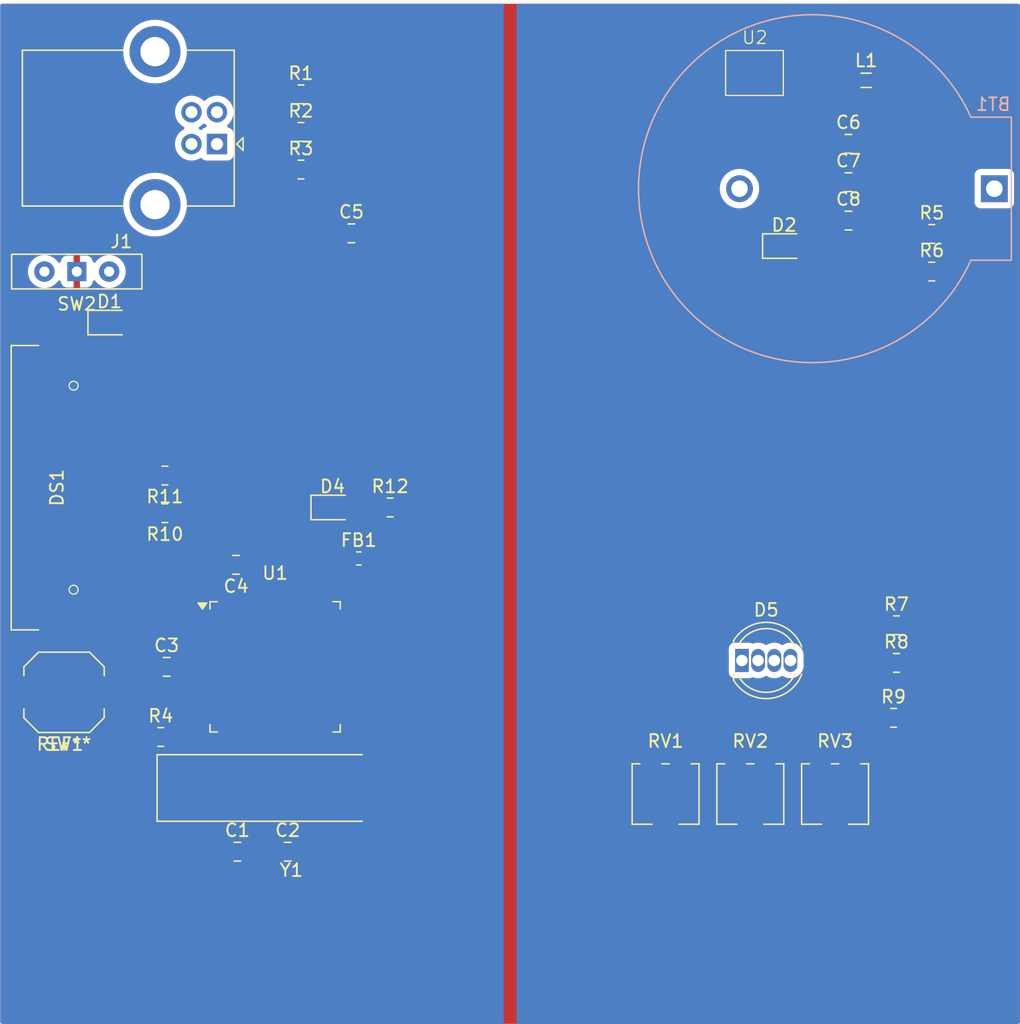
<source format=kicad_pcb>
(kicad_pcb (version 20241229) (generator "pcbnew") (generator_version "9.0")
  (layers (0 "F.Cu" signal) (2 "B.Cu" signal) (13 "F.Paste" user) (15 "B.Paste" user) (5 "F.SilkS" user "F.Silkscreen") (7 "B.SilkS" user "B.Silkscreen") (1 "F.Mask" user) (3 "B.Mask" user) (25 "Edge.Cuts" user))
  (net 0 "")
  (net 1 "Net-(BT1-+)")
  (net 2 "DGND")
  (net 3 "Net-(U1-XTAL2)")
  (net 4 "Net-(U1-XTAL1)")
  (net 5 "Net-(U1-UCAP)")
  (net 6 "AVCC")
  (net 7 "AGND")
  (net 8 "UGND")
  (net 9 "Net-(C5-Pad1)")
  (net 10 "Net-(U2-FB)")
  (net 11 "VBOOST")
  (net 12 "Net-(D1-K)")
  (net 13 "VBUS")
  (net 14 "Net-(D2-A)")
  (net 15 "Net-(D4-A)")
  (net 16 "Net-(D5-RA)")
  (net 17 "Net-(D5-GA)")
  (net 18 "Net-(D5-BA)")
  (net 23 "SDA")
  (net 26 "VCC")
  (net 40 "SCL")
  (net 45 "Net-(J1-D+)")
  (net 46 "Net-(J1-D-)")
  (net 47 "Net-(J1-Shield)")
  (net 48 "D+")
  (net 49 "D-")
  (net 50 "Net-(U1-~{RESET})")
  (net 51 "R_LEG")
  (net 52 "B_LEG")
  (net 53 "G_LEG")
  (net 54 "R_POT")
  (net 55 "G_POT")
  (net 56 "B_POT")
  (footprint "Capacitor_SMD:C_0805_2012Metric" (layer "F.Cu") (at 122.05 113)
    (property "Reference" "C2" (at 0 -1.68 0) (layer "F.SilkS"))
    (property "Value" "12u")
    (fp_line (start -0.261252 -0.735) (end 0.261252 -0.735) (stroke (width 0.12)) (layer "F.SilkS"))
    (fp_line (start -0.261252 0.735) (end 0.261252 0.735) (stroke (width 0.12)) (layer "F.SilkS"))
    (pad "1" smd roundrect (at -0.95 0) (size 1 1.45) (layers "F.Cu" "F.Mask" "F.Paste") (net 2 "DGND"))
    (pad "2" smd roundrect (at 0.95 0) (size 1 1.45) (layers "F.Cu" "F.Mask" "F.Paste") (net 4 "Net-(U1-XTAL1)"))
  )
  (footprint "Button_Switch_THT:SW_Slide-03_Wuerth-WS-SLTV_10x2.5x6.4_P2.54mm" (layer "F.Cu") (at 105.5 67.5 180)
    (property "Reference" "SW2" (at 0 -2.54 0) (layer "F.SilkS"))
    (property "Value" "SW_Wuerth_450301014042")
    (fp_rect (start -5.11 -1.36) (end 5.11 1.36) (stroke (width 0.12)) (fill no) (layer "F.SilkS"))
    (pad "1" thru_hole rect (at 0 0 180) (size 1.5 1.5) (drill 0.8) (layers "*.Cu" "*.Mask") (net 26 "VCC"))
    (pad "2" thru_hole circle (at -2.54 0 180) (size 1.6 1.6) (drill 0.8) (layers "*.Cu" "*.Mask") (net 11 "VBOOST"))
    (pad "3" thru_hole circle (at 2.54 0 180) (size 1.6 1.6) (drill 0.8) (layers "*.Cu" "*.Mask") (net 12 "Net-(D1-K)"))
  )
  (footprint "Resistor_SMD:R_0805_2012Metric" (layer "F.Cu") (at 172.5875 64.55)
    (property "Reference" "R5" (at 0 -1.65 0) (layer "F.SilkS"))
    (property "Value" "10k")
    (fp_line (start -0.227064 -0.735) (end 0.227064 -0.735) (stroke (width 0.12)) (layer "F.SilkS"))
    (fp_line (start -0.227064 0.735) (end 0.227064 0.735) (stroke (width 0.12)) (layer "F.SilkS"))
    (pad "1" smd roundrect (at -0.9125 0) (size 1.025 1.4) (layers "F.Cu" "F.Mask" "F.Paste") (roundrect_rratio 0.243902) (net 2 "DGND"))
    (pad "2" smd roundrect (at 0.9125 0) (size 1.025 1.4) (layers "F.Cu" "F.Mask" "F.Paste") (roundrect_rratio 0.243902) (net 10 "Net-(U2-FB)"))
  )
  (footprint "Resistor_SMD:R_0805_2012Metric" (layer "F.Cu") (at 112.4125 83.5 180)
    (property "Reference" "R11" (at 0 -1.65 0) (layer "F.SilkS"))
    (property "Value" "4.7k")
    (fp_line (start -0.227064 0.735) (end 0.227064 0.735) (stroke (width 0.12)) (layer "F.SilkS"))
    (fp_line (start -0.227064 -0.735) (end 0.227064 -0.735) (stroke (width 0.12)) (layer "F.SilkS"))
    (pad "1" smd roundrect (at -0.9125 0 180) (size 1.025 1.4) (layers "F.Cu" "F.Mask" "F.Paste") (roundrect_rratio 0.243902) (net 26 "VCC"))
    (pad "2" smd roundrect (at 0.9125 0 180) (size 1.025 1.4) (layers "F.Cu" "F.Mask" "F.Paste") (roundrect_rratio 0.243902) (net 40 "SCL"))
  )
  (footprint "Resistor_SMD:R_0805_2012Metric" (layer "F.Cu") (at 112.0875 104)
    (property "Reference" "R4" (at 0 -1.65 0) (layer "F.SilkS"))
    (property "Value" "10k")
    (fp_line (start -0.227064 -0.735) (end 0.227064 -0.735) (stroke (width 0.12)) (layer "F.SilkS"))
    (fp_line (start -0.227064 0.735) (end 0.227064 0.735) (stroke (width 0.12)) (layer "F.SilkS"))
    (pad "1" smd roundrect (at -0.9125 0) (size 1.025 1.4) (layers "F.Cu" "F.Mask" "F.Paste") (roundrect_rratio 0.243902) (net 26 "VCC"))
    (pad "2" smd roundrect (at 0.9125 0) (size 1.025 1.4) (layers "F.Cu" "F.Mask" "F.Paste") (roundrect_rratio 0.243902) (net 50 "Net-(U1-~{RESET})"))
  )
  (footprint "LED_THT:LED_D5.0mm-4_RGB" (layer "F.Cu") (at 157.69 98)
    (property "Reference" "D5" (at 1.905 -3.96 0) (layer "F.SilkS"))
    (property "Value" "LED_BKGR")
    (fp_line (start -0.655 -1.545) (end -0.655 -1.08) (stroke (width 0.12)) (layer "F.SilkS"))
    (fp_line (start -0.655 1.08) (end -0.655 1.545) (stroke (width 0.12)) (layer "F.SilkS"))
    (fp_arc (start -0.655 -1.54483) (mid 2.163898 -2.97877) (end 4.693136 -1.08) (stroke (width 0.12)) (layer "F.SilkS"))
    (fp_arc (start -0.349684 -1.08) (mid 1.905 -2.5) (end 4.159684 -1.08) (stroke (width 0.12)) (layer "F.SilkS"))
    (fp_arc (start 4.159684 1.08) (mid 1.905 2.5) (end -0.349684 1.08) (stroke (width 0.12)) (layer "F.SilkS"))
    (fp_arc (start 4.693136 1.08) (mid 2.163898 2.97877) (end -0.655 1.54483) (stroke (width 0.12)) (layer "F.SilkS"))
    (pad "1" thru_hole rect (at 0 0) (size 1.07 1.8) (drill 0.9) (layers "*.Cu" "*.Mask") (net 18 "Net-(D5-BA)"))
    (pad "2" thru_hole oval (at 1.27 0) (size 1.07 1.8) (drill 0.9) (layers "*.Cu" "*.Mask") (net 7 "AGND"))
    (pad "3" thru_hole oval (at 2.54 0) (size 1.07 1.8) (drill 0.9) (layers "*.Cu" "*.Mask") (net 17 "Net-(D5-GA)"))
    (pad "4" thru_hole oval (at 3.81 0) (size 1.07 1.8) (drill 0.9) (layers "*.Cu" "*.Mask") (net 16 "Net-(D5-RA)"))
  )
  (footprint "Connector_USB:USB_B_Lumberg_2411_02_Horizontal" (layer "F.Cu") (at 116.5 57.5 180)
    (property "Reference" "J1" (at 7.5 -7.65 0) (layer "F.SilkS"))
    (property "Value" "USB_B")
    (fp_line (start 15.27 7.36) (end 15.27 -4.86) (stroke (width 0.12)) (layer "F.SilkS"))
    (fp_line (start 15.27 7.36) (end 7.3 7.36) (stroke (width 0.12)) (layer "F.SilkS"))
    (fp_line (start 15.27 -4.86) (end 7.3 -4.86) (stroke (width 0.12)) (layer "F.SilkS"))
    (fp_line (start -1.35 7.36) (end 2.4 7.36) (stroke (width 0.12)) (layer "F.SilkS"))
    (fp_line (start -1.35 7.36) (end -1.35 -4.86) (stroke (width 0.12)) (layer "F.SilkS"))
    (fp_line (start -1.35 -4.86) (end 2.4 -4.86) (stroke (width 0.12)) (layer "F.SilkS"))
    (fp_line (start -1.55 0) (end -2.05 -0.5) (stroke (width 0.12)) (layer "F.SilkS"))
    (fp_line (start -2.05 0.5) (end -1.55 0) (stroke (width 0.12)) (layer "F.SilkS"))
    (fp_line (start -2.05 -0.5) (end -2.05 0.5) (stroke (width 0.12)) (layer "F.SilkS"))
    (pad "1" thru_hole rect (at 0 0 270) (size 1.6 1.6) (drill 0.95) (layers "*.Cu" "*.Mask") (net 13 "VBUS"))
    (pad "2" thru_hole circle (at 0 2.5 270) (size 1.6 1.6) (drill 0.95) (layers "*.Cu" "*.Mask") (net 46 "Net-(J1-D-)"))
    (pad "3" thru_hole circle (at 2 2.5 270) (size 1.6 1.6) (drill 0.95) (layers "*.Cu" "*.Mask") (net 45 "Net-(J1-D+)"))
    (pad "4" thru_hole circle (at 2 0 270) (size 1.6 1.6) (drill 0.95) (layers "*.Cu" "*.Mask") (net 8 "UGND"))
    (pad "5" thru_hole circle (at 4.86 -4.75 270) (size 4 4) (drill 2.3) (layers "*.Cu" "*.Mask") (net 47 "Net-(J1-Shield)"))
    (pad "5" thru_hole circle (at 4.86 7.25 270) (size 4 4) (drill 2.3) (layers "*.Cu" "*.Mask") (net 47 "Net-(J1-Shield)"))
  )
  (footprint "Package_QFP:TQFP-44_10x10mm_P0.8mm" (layer "F.Cu") (at 121.0625 98.5)
    (property "Reference" "U1" (at 0 -7.35 0) (layer "F.SilkS"))
    (property "Value" "ATmega32U4-A")
    (fp_line (start -5.11 -5.11) (end -5.11 -4.535) (stroke (width 0.12)) (layer "F.SilkS"))
    (fp_line (start -5.11 5.11) (end -5.11 4.535) (stroke (width 0.12)) (layer "F.SilkS"))
    (fp_line (start -4.535 -5.11) (end -5.11 -5.11) (stroke (width 0.12)) (layer "F.SilkS"))
    (fp_line (start -4.535 5.11) (end -5.11 5.11) (stroke (width 0.12)) (layer "F.SilkS"))
    (fp_line (start 4.535 -5.11) (end 5.11 -5.11) (stroke (width 0.12)) (layer "F.SilkS"))
    (fp_line (start 4.535 5.11) (end 5.11 5.11) (stroke (width 0.12)) (layer "F.SilkS"))
    (fp_line (start 5.11 -5.11) (end 5.11 -4.535) (stroke (width 0.12)) (layer "F.SilkS"))
    (fp_line (start 5.11 5.11) (end 5.11 4.535) (stroke (width 0.12)) (layer "F.SilkS"))
    (fp_poly (pts (xy -5.7 -4.535) (xy -6.04 -5.005) (xy -5.36 -5.005)) (stroke (width 0.12)) (fill yes) (layer "F.SilkS"))
    (pad "1" smd roundrect (at -5.6625 -4) (size 1.475 0.55) (layers "F.Cu" "F.Mask" "F.Paste"))
    (pad "2" smd roundrect (at -5.6625 -3.2) (size 1.475 0.55) (layers "F.Cu" "F.Mask" "F.Paste") (net 26 "VCC"))
    (pad "3" smd roundrect (at -5.6625 -2.4) (size 1.475 0.55) (layers "F.Cu" "F.Mask" "F.Paste") (net 49 "D-"))
    (pad "4" smd roundrect (at -5.6625 -1.6) (size 1.475 0.55) (layers "F.Cu" "F.Mask" "F.Paste") (net 48 "D+"))
    (pad "5" smd roundrect (at -5.6625 -0.8) (size 1.475 0.55) (layers "F.Cu" "F.Mask" "F.Paste") (net 8 "UGND"))
    (pad "6" smd roundrect (at -5.6625 0) (size 1.475 0.55) (layers "F.Cu" "F.Mask" "F.Paste") (net 5 "Net-(U1-UCAP)"))
    (pad "7" smd roundrect (at -5.6625 0.8) (size 1.475 0.55) (layers "F.Cu" "F.Mask" "F.Paste") (net 13 "VBUS"))
    (pad "8" smd roundrect (at -5.6625 1.6) (size 1.475 0.55) (layers "F.Cu" "F.Mask" "F.Paste") (net 51 "R_LEG"))
    (pad "9" smd roundrect (at -5.6625 2.4) (size 1.475 0.55) (layers "F.Cu" "F.Mask" "F.Paste") (net 53 "G_LEG"))
    (pad "10" smd roundrect (at -5.6625 3.2) (size 1.475 0.55) (layers "F.Cu" "F.Mask" "F.Paste") (net 52 "B_LEG"))
    (pad "11" smd roundrect (at -5.6625 4) (size 1.475 0.55) (layers "F.Cu" "F.Mask" "F.Paste"))
    (pad "12" smd roundrect (at -4 5.6625) (size 0.55 1.475) (layers "F.Cu" "F.Mask" "F.Paste"))
    (pad "13" smd roundrect (at -3.2 5.6625) (size 0.55 1.475) (layers "F.Cu" "F.Mask" "F.Paste") (net 50 "Net-(U1-~{RESET})"))
    (pad "14" smd roundrect (at -2.4 5.6625) (size 0.55 1.475) (layers "F.Cu" "F.Mask" "F.Paste") (net 26 "VCC"))
    (pad "15" smd roundrect (at -1.6 5.6625) (size 0.55 1.475) (layers "F.Cu" "F.Mask" "F.Paste") (net 2 "DGND"))
    (pad "16" smd roundrect (at -0.8 5.6625) (size 0.55 1.475) (layers "F.Cu" "F.Mask" "F.Paste") (net 3 "Net-(U1-XTAL2)"))
    (pad "17" smd roundrect (at 0 5.6625) (size 0.55 1.475) (layers "F.Cu" "F.Mask" "F.Paste") (net 4 "Net-(U1-XTAL1)"))
    (pad "18" smd roundrect (at 0.8 5.6625) (size 0.55 1.475) (layers "F.Cu" "F.Mask" "F.Paste") (net 40 "SCL"))
    (pad "19" smd roundrect (at 1.6 5.6625) (size 0.55 1.475) (layers "F.Cu" "F.Mask" "F.Paste") (net 23 "SDA"))
    (pad "20" smd roundrect (at 2.4 5.6625) (size 0.55 1.475) (layers "F.Cu" "F.Mask" "F.Paste"))
    (pad "21" smd roundrect (at 3.2 5.6625) (size 0.55 1.475) (layers "F.Cu" "F.Mask" "F.Paste"))
    (pad "22" smd roundrect (at 4 5.6625) (size 0.55 1.475) (layers "F.Cu" "F.Mask" "F.Paste"))
    (pad "23" smd roundrect (at 5.6625 4) (size 1.475 0.55) (layers "F.Cu" "F.Mask" "F.Paste") (net 2 "DGND"))
    (pad "24" smd roundrect (at 5.6625 3.2) (size 1.475 0.55) (layers "F.Cu" "F.Mask" "F.Paste") (net 6 "AVCC"))
    (pad "25" smd roundrect (at 5.6625 2.4) (size 1.475 0.55) (layers "F.Cu" "F.Mask" "F.Paste"))
    (pad "26" smd roundrect (at 5.6625 1.6) (size 1.475 0.55) (layers "F.Cu" "F.Mask" "F.Paste"))
    (pad "27" smd roundrect (at 5.6625 0.8) (size 1.475 0.55) (layers "F.Cu" "F.Mask" "F.Paste"))
    (pad "28" smd roundrect (at 5.6625 0) (size 1.475 0.55) (layers "F.Cu" "F.Mask" "F.Paste"))
    (pad "29" smd roundrect (at 5.6625 -0.8) (size 1.475 0.55) (layers "F.Cu" "F.Mask" "F.Paste"))
    (pad "30" smd roundrect (at 5.6625 -1.6) (size 1.475 0.55) (layers "F.Cu" "F.Mask" "F.Paste"))
    (pad "31" smd roundrect (at 5.6625 -2.4) (size 1.475 0.55) (layers "F.Cu" "F.Mask" "F.Paste"))
    (pad "32" smd roundrect (at 5.6625 -3.2) (size 1.475 0.55) (layers "F.Cu" "F.Mask" "F.Paste"))
    (pad "33" smd roundrect (at 5.6625 -4) (size 1.475 0.55) (layers "F.Cu" "F.Mask" "F.Paste"))
    (pad "34" smd roundrect (at 4 -5.6625) (size 0.55 1.475) (layers "F.Cu" "F.Mask" "F.Paste") (net 26 "VCC"))
    (pad "35" smd roundrect (at 3.2 -5.6625) (size 0.55 1.475) (layers "F.Cu" "F.Mask" "F.Paste") (net 2 "DGND"))
    (pad "36" smd roundrect (at 2.4 -5.6625) (size 0.55 1.475) (layers "F.Cu" "F.Mask" "F.Paste"))
    (pad "37" smd roundrect (at 1.6 -5.6625) (size 0.55 1.475) (layers "F.Cu" "F.Mask" "F.Paste"))
    (pad "38" smd roundrect (at 0.8 -5.6625) (size 0.55 1.475) (layers "F.Cu" "F.Mask" "F.Paste"))
    (pad "39" smd roundrect (at 0 -5.6625) (size 0.55 1.475) (layers "F.Cu" "F.Mask" "F.Paste") (net 56 "B_POT"))
    (pad "40" smd roundrect (at -0.8 -5.6625) (size 0.55 1.475) (layers "F.Cu" "F.Mask" "F.Paste") (net 55 "G_POT"))
    (pad "41" smd roundrect (at -1.6 -5.6625) (size 0.55 1.475) (layers "F.Cu" "F.Mask" "F.Paste") (net 54 "R_POT"))
    (pad "42" smd roundrect (at -2.4 -5.6625) (size 0.55 1.475) (layers "F.Cu" "F.Mask" "F.Paste"))
    (pad "43" smd roundrect (at -3.2 -5.6625) (size 0.55 1.475) (layers "F.Cu" "F.Mask" "F.Paste") (net 2 "DGND"))
    (pad "44" smd roundrect (at -4 -5.6625) (size 0.55 1.475) (layers "F.Cu" "F.Mask" "F.Paste") (net 6 "AVCC"))
  )
  (footprint "LED_SMD:LED_0805_2012Metric" (layer "F.Cu") (at 125.5625 86)
    (property "Reference" "D4" (at 0 -1.65 0) (layer "F.SilkS"))
    (property "Value" "G_ON")
    (fp_line (start -1.685 -0.96) (end -1.685 0.96) (stroke (width 0.12)) (layer "F.SilkS"))
    (fp_line (start -1.685 0.96) (end 1 0.96) (stroke (width 0.12)) (layer "F.SilkS"))
    (fp_line (start 1 -0.96) (end -1.685 -0.96) (stroke (width 0.12)) (layer "F.SilkS"))
    (pad "1" smd roundrect (at -0.9375 0) (size 0.975 1.4) (layers "F.Cu" "F.Mask" "F.Paste") (net 2 "DGND"))
    (pad "2" smd roundrect (at 0.9375 0) (size 0.975 1.4) (layers "F.Cu" "F.Mask" "F.Paste") (net 15 "Net-(D4-A)"))
  )
  (footprint "Resistor_SMD:R_0805_2012Metric" (layer "F.Cu") (at 169.815 98.19)
    (property "Reference" "R8" (at 0 -1.65 0) (layer "F.SilkS"))
    (property "Value" "220")
    (fp_line (start -0.227064 -0.735) (end 0.227064 -0.735) (stroke (width 0.12)) (layer "F.SilkS"))
    (fp_line (start -0.227064 0.735) (end 0.227064 0.735) (stroke (width 0.12)) (layer "F.SilkS"))
    (pad "1" smd roundrect (at -0.9125 0) (size 1.025 1.4) (layers "F.Cu" "F.Mask" "F.Paste") (roundrect_rratio 0.243902) (net 52 "B_LEG"))
    (pad "2" smd roundrect (at 0.9125 0) (size 1.025 1.4) (layers "F.Cu" "F.Mask" "F.Paste") (roundrect_rratio 0.243902) (net 17 "Net-(D5-GA)"))
  )
  (footprint "Capacitor_SMD:C_0805_2012Metric" (layer "F.Cu") (at 166.05 63.5)
    (property "Reference" "C8" (at 0 -1.68 0) (layer "F.SilkS"))
    (property "Value" "1u")
    (fp_line (start -0.261252 -0.735) (end 0.261252 -0.735) (stroke (width 0.12)) (layer "F.SilkS"))
    (fp_line (start -0.261252 0.735) (end 0.261252 0.735) (stroke (width 0.12)) (layer "F.SilkS"))
    (pad "1" smd roundrect (at -0.95 0) (size 1 1.45) (layers "F.Cu" "F.Mask" "F.Paste") (net 11 "VBOOST"))
    (pad "2" smd roundrect (at 0.95 0) (size 1 1.45) (layers "F.Cu" "F.Mask" "F.Paste") (net 2 "DGND"))
  )
  (footprint "Colorful_LED:Reg" (layer "F.Cu") (at 158.7 52.15)
    (property "Reference" "U2" (at 0 -3 0) (layer "F.SilkS") (effects (font (thickness 0.1))))
    (property "Value" "~")
    (fp_rect (start -2.2875 -1.9875) (end 2.2375 1.5375) (stroke (width 0.1)) (fill no) (layer "F.SilkS"))
    (pad "1" smd rect (at -1.3 -1.05) (size 1.1 0.6) (layers "F.Cu" "F.Mask" "F.Paste") (net 14 "Net-(D2-A)"))
    (pad "2" smd rect (at -1.3 -0.1) (size 1.1 0.6) (layers "F.Cu" "F.Mask" "F.Paste") (net 2 "DGND"))
    (pad "3" smd rect (at -1.3 0.85) (size 1.1 0.6) (layers "F.Cu" "F.Mask" "F.Paste") (net 10 "Net-(U2-FB)"))
    (pad "4" smd rect (at 1.3 0.85) (size 1.1 0.6) (layers "F.Cu" "F.Mask" "F.Paste") (net 1 "Net-(BT1-+)"))
    (pad "5" smd rect (at 1.3 -1.05) (size 1.1 0.6) (layers "F.Cu" "F.Mask" "F.Paste") (net 1 "Net-(BT1-+)"))
  )
  (footprint "Resistor_SMD:R_0805_2012Metric" (layer "F.Cu") (at 172.5875 67.5)
    (property "Reference" "R6" (at 0 -1.65 0) (layer "F.SilkS"))
    (property "Value" "30.6k")
    (fp_line (start -0.227064 -0.735) (end 0.227064 -0.735) (stroke (width 0.12)) (layer "F.SilkS"))
    (fp_line (start -0.227064 0.735) (end 0.227064 0.735) (stroke (width 0.12)) (layer "F.SilkS"))
    (pad "1" smd roundrect (at -0.9125 0) (size 1.025 1.4) (layers "F.Cu" "F.Mask" "F.Paste") (roundrect_rratio 0.243902) (net 10 "Net-(U2-FB)"))
    (pad "2" smd roundrect (at 0.9125 0) (size 1.025 1.4) (layers "F.Cu" "F.Mask" "F.Paste") (roundrect_rratio 0.243902) (net 11 "VBOOST"))
  )
  (footprint "Capacitor_SMD:C_0805_2012Metric" (layer "F.Cu") (at 166.05 57.48)
    (property "Reference" "C6" (at 0 -1.68 0) (layer "F.SilkS"))
    (property "Value" "47p")
    (fp_line (start -0.261252 -0.735) (end 0.261252 -0.735) (stroke (width 0.12)) (layer "F.SilkS"))
    (fp_line (start -0.261252 0.735) (end 0.261252 0.735) (stroke (width 0.12)) (layer "F.SilkS"))
    (pad "1" smd roundrect (at -0.95 0) (size 1 1.45) (layers "F.Cu" "F.Mask" "F.Paste") (net 11 "VBOOST"))
    (pad "2" smd roundrect (at 0.95 0) (size 1 1.45) (layers "F.Cu" "F.Mask" "F.Paste") (net 10 "Net-(U2-FB)"))
  )
  (footprint "Resistor_SMD:R_0805_2012Metric" (layer "F.Cu") (at 169.5875 102.5)
    (property "Reference" "R9" (at 0 -1.65 0) (layer "F.SilkS"))
    (property "Value" "220")
    (fp_line (start -0.227064 -0.735) (end 0.227064 -0.735) (stroke (width 0.12)) (layer "F.SilkS"))
    (fp_line (start -0.227064 0.735) (end 0.227064 0.735) (stroke (width 0.12)) (layer "F.SilkS"))
    (pad "1" smd roundrect (at -0.9125 0) (size 1.025 1.4) (layers "F.Cu" "F.Mask" "F.Paste") (roundrect_rratio 0.243902) (net 53 "G_LEG"))
    (pad "2" smd roundrect (at 0.9125 0) (size 1.025 1.4) (layers "F.Cu" "F.Mask" "F.Paste") (roundrect_rratio 0.243902) (net 18 "Net-(D5-BA)"))
  )
  (footprint "Resistor_SMD:R_0805_2012Metric" (layer "F.Cu") (at 123.0875 59.5)
    (property "Reference" "R3" (at 0 -1.65 0) (layer "F.SilkS"))
    (property "Value" "1M")
    (fp_line (start -0.227064 -0.735) (end 0.227064 -0.735) (stroke (width 0.12)) (layer "F.SilkS"))
    (fp_line (start -0.227064 0.735) (end 0.227064 0.735) (stroke (width 0.12)) (layer "F.SilkS"))
    (pad "1" smd roundrect (at -0.9125 0) (size 1.025 1.4) (layers "F.Cu" "F.Mask" "F.Paste") (roundrect_rratio 0.243902) (net 9 "Net-(C5-Pad1)"))
    (pad "2" smd roundrect (at 0.9125 0) (size 1.025 1.4) (layers "F.Cu" "F.Mask" "F.Paste") (roundrect_rratio 0.243902) (net 47 "Net-(J1-Shield)"))
  )
  (footprint "Resistor_SMD:R_0805_2012Metric" (layer "F.Cu") (at 112.4125 86.45 180)
    (property "Reference" "R10" (at 0 -1.65 0) (layer "F.SilkS"))
    (property "Value" "4.7k")
    (fp_line (start -0.227064 0.735) (end 0.227064 0.735) (stroke (width 0.12)) (layer "F.SilkS"))
    (fp_line (start -0.227064 -0.735) (end 0.227064 -0.735) (stroke (width 0.12)) (layer "F.SilkS"))
    (pad "1" smd roundrect (at -0.9125 0 180) (size 1.025 1.4) (layers "F.Cu" "F.Mask" "F.Paste") (roundrect_rratio 0.243902) (net 23 "SDA"))
    (pad "2" smd roundrect (at 0.9125 0 180) (size 1.025 1.4) (layers "F.Cu" "F.Mask" "F.Paste") (roundrect_rratio 0.243902) (net 26 "VCC"))
  )
  (footprint "Resistor_SMD:R_0805_2012Metric" (layer "F.Cu") (at 169.815 95.24)
    (property "Reference" "R7" (at 0 -1.65 0) (layer "F.SilkS"))
    (property "Value" "220")
    (fp_line (start -0.227064 -0.735) (end 0.227064 -0.735) (stroke (width 0.12)) (layer "F.SilkS"))
    (fp_line (start -0.227064 0.735) (end 0.227064 0.735) (stroke (width 0.12)) (layer "F.SilkS"))
    (pad "1" smd roundrect (at -0.9125 0) (size 1.025 1.4) (layers "F.Cu" "F.Mask" "F.Paste") (roundrect_rratio 0.243902) (net 51 "R_LEG"))
    (pad "2" smd roundrect (at 0.9125 0) (size 1.025 1.4) (layers "F.Cu" "F.Mask" "F.Paste") (roundrect_rratio 0.243902) (net 16 "Net-(D5-RA)"))
  )
  (footprint "Inductor_SMD:L_0603_1608Metric_Pad1.05x0.95mm_HandSolder" (layer "F.Cu") (at 127.625 90)
    (property "Reference" "FB1" (at 0 -1.43 0) (layer "F.SilkS"))
    (property "Value" "120 @100MHz")
    (fp_line (start -0.171267 -0.51) (end 0.171267 -0.51) (stroke (width 0.12)) (layer "F.SilkS"))
    (fp_line (start -0.171267 0.51) (end 0.171267 0.51) (stroke (width 0.12)) (layer "F.SilkS"))
    (pad "1" smd roundrect (at -0.875 0) (size 1.05 0.95) (layers "F.Cu" "F.Mask" "F.Paste") (net 26 "VCC"))
    (pad "2" smd roundrect (at 0.875 0) (size 1.05 0.95) (layers "F.Cu" "F.Mask" "F.Paste") (net 6 "AVCC"))
  )
  (footprint "Capacitor_SMD:C_0805_2012Metric" (layer "F.Cu") (at 118.1 113)
    (property "Reference" "C1" (at 0 -1.68 0) (layer "F.SilkS"))
    (property "Value" "12u")
    (fp_line (start -0.261252 -0.735) (end 0.261252 -0.735) (stroke (width 0.12)) (layer "F.SilkS"))
    (fp_line (start -0.261252 0.735) (end 0.261252 0.735) (stroke (width 0.12)) (layer "F.SilkS"))
    (pad "1" smd roundrect (at -0.95 0) (size 1 1.45) (layers "F.Cu" "F.Mask" "F.Paste") (net 2 "DGND"))
    (pad "2" smd roundrect (at 0.95 0) (size 1 1.45) (layers "F.Cu" "F.Mask" "F.Paste") (net 3 "Net-(U1-XTAL2)"))
  )
  (footprint "Button_Switch_SMD:SW_Push_1TS009xxxx-xxxx-xxxx_6x6x5mm" (layer "F.Cu") (at 104.5 100.5 180)
    (property "Reference" "SW1" (at 0 -4.064 0) (layer "F.SilkS"))
    (property "Value" "SW_Push")
    (fp_line (start 3.15 2) (end 3.15 1.3) (stroke (width 0.12)) (layer "F.SilkS"))
    (fp_line (start 3.15 -2) (end 3.15 -1.3) (stroke (width 0.12)) (layer "F.SilkS"))
    (fp_line (start 2 3.15) (end 3.15 2) (stroke (width 0.12)) (layer "F.SilkS"))
    (fp_line (start 2 -3.15) (end 3.15 -2) (stroke (width 0.12)) (layer "F.SilkS"))
    (fp_line (start -2 3.15) (end 2 3.15) (stroke (width 0.12)) (layer "F.SilkS"))
    (fp_line (start -2 -3.15) (end 2 -3.15) (stroke (width 0.12)) (layer "F.SilkS"))
    (fp_line (start -3.15 2) (end -2 3.15) (stroke (width 0.12)) (layer "F.SilkS"))
    (fp_line (start -3.15 1.3) (end -3.15 2) (stroke (width 0.12)) (layer "F.SilkS"))
    (fp_line (start -3.15 -1.3) (end -3.15 -1.981) (stroke (width 0.12)) (layer "F.SilkS"))
    (fp_line (start -3.15 -1.981) (end -2 -3.15) (stroke (width 0.12)) (layer "F.SilkS"))
    (fp_text user "REF**" (at 0 -4.064 0) (layer "F.SilkS"))
    (pad "1" smd roundrect (at -3 0 180) (size 2 2) (layers "F.Cu" "F.Mask" "F.Paste") (net 2 "DGND"))
    (pad "2" smd roundrect (at 3 0 180) (size 2 2) (layers "F.Cu" "F.Mask" "F.Paste") (net 50 "Net-(U1-~{RESET})"))
  )
  (footprint "Display:OLED-128O064D" (layer "F.Cu") (at 101.5 84.45 -90)
    (property "Reference" "DS1" (at 0 -2.445 90) (layer "F.SilkS"))
    (property "Value" "OLED-128O064D")
    (fp_line (start -11.15 1.15) (end 11.15 1.15) (stroke (width 0.12)) (layer "F.SilkS"))
    (fp_line (start 11.15 1.15) (end 11.15 -1) (stroke (width 0.12)) (layer "F.SilkS"))
    (fp_line (start -11.15 -1) (end -11.15 1.15) (stroke (width 0.12)) (layer "F.SilkS"))
    (fp_circle (center -8 -3.75) (end -7.65 -3.75) (stroke (width 0.1)) (fill no) (layer "F.SilkS"))
    (fp_circle (center 8 -3.75) (end 8.35 -3.75) (stroke (width 0.1)) (fill no) (layer "F.SilkS"))
    (pad "1" smd rect (at -10.15 0 270) (size 0.4 2) (layers "F.Cu" "F.Mask" "F.Paste") (net 2 "DGND"))
    (pad "2" smd rect (at -9.45 0 270) (size 0.4 2) (layers "F.Cu" "F.Mask" "F.Paste"))
    (pad "3" smd rect (at -8.75 0 270) (size 0.4 2) (layers "F.Cu" "F.Mask" "F.Paste"))
    (pad "4" smd rect (at -8.05 0 270) (size 0.4 2) (layers "F.Cu" "F.Mask" "F.Paste"))
    (pad "5" smd rect (at -7.35 0 270) (size 0.4 2) (layers "F.Cu" "F.Mask" "F.Paste"))
    (pad "6" smd rect (at -6.65 0 270) (size 0.4 2) (layers "F.Cu" "F.Mask" "F.Paste"))
    (pad "7" smd rect (at -5.95 0 270) (size 0.4 2) (layers "F.Cu" "F.Mask" "F.Paste"))
    (pad "8" smd rect (at -5.25 0 270) (size 0.4 2) (layers "F.Cu" "F.Mask" "F.Paste"))
    (pad "9" smd rect (at -4.55 0 270) (size 0.4 2) (layers "F.Cu" "F.Mask" "F.Paste"))
    (pad "10" smd rect (at -3.85 0 270) (size 0.4 2) (layers "F.Cu" "F.Mask" "F.Paste") (net 2 "DGND"))
    (pad "11" smd rect (at -3.15 0 270) (size 0.4 2) (layers "F.Cu" "F.Mask" "F.Paste"))
    (pad "12" smd rect (at -2.45 0 270) (size 0.4 2) (layers "F.Cu" "F.Mask" "F.Paste"))
    (pad "13" smd rect (at -1.75 0 270) (size 0.4 2) (layers "F.Cu" "F.Mask" "F.Paste"))
    (pad "14" smd rect (at -1.05 0 270) (size 0.4 2) (layers "F.Cu" "F.Mask" "F.Paste"))
    (pad "15" smd rect (at -0.35 0 270) (size 0.4 2) (layers "F.Cu" "F.Mask" "F.Paste"))
    (pad "16" smd rect (at 0.35 0 270) (size 0.4 2) (layers "F.Cu" "F.Mask" "F.Paste"))
    (pad "17" smd rect (at 1.05 0 270) (size 0.4 2) (layers "F.Cu" "F.Mask" "F.Paste"))
    (pad "18" smd rect (at 1.75 0 270) (size 0.4 2) (layers "F.Cu" "F.Mask" "F.Paste") (net 40 "SCL"))
    (pad "19" smd rect (at 2.45 0 270) (size 0.4 2) (layers "F.Cu" "F.Mask" "F.Paste") (net 23 "SDA"))
    (pad "20" smd rect (at 3.15 0 270) (size 0.4 2) (layers "F.Cu" "F.Mask" "F.Paste") (net 23 "SDA"))
    (pad "21" smd rect (at 3.85 0 270) (size 0.4 2) (layers "F.Cu" "F.Mask" "F.Paste"))
    (pad "22" smd rect (at 4.55 0 270) (size 0.4 2) (layers "F.Cu" "F.Mask" "F.Paste"))
    (pad "23" smd rect (at 5.25 0 270) (size 0.4 2) (layers "F.Cu" "F.Mask" "F.Paste"))
    (pad "24" smd rect (at 5.95 0 270) (size 0.4 2) (layers "F.Cu" "F.Mask" "F.Paste"))
    (pad "25" smd rect (at 6.65 0 270) (size 0.4 2) (layers "F.Cu" "F.Mask" "F.Paste"))
    (pad "26" smd rect (at 7.35 0 270) (size 0.4 2) (layers "F.Cu" "F.Mask" "F.Paste"))
    (pad "27" smd rect (at 8.05 0 270) (size 0.4 2) (layers "F.Cu" "F.Mask" "F.Paste"))
    (pad "28" smd rect (at 8.75 0 270) (size 0.4 2) (layers "F.Cu" "F.Mask" "F.Paste") (net 26 "VCC"))
    (pad "29" smd rect (at 9.45 0 270) (size 0.4 2) (layers "F.Cu" "F.Mask" "F.Paste"))
    (pad "30" smd rect (at 10.15 0 270) (size 0.4 2) (layers "F.Cu" "F.Mask" "F.Paste") (net 2 "DGND"))
  )
  (footprint "Diode_SMD:D_0805_2012Metric" (layer "F.Cu") (at 108.0625 71.5)
    (property "Reference" "D1" (at 0 -1.65 0) (layer "F.SilkS"))
    (property "Value" "D_Schottky")
    (fp_line (start -1.685 -0.96) (end -1.685 0.96) (stroke (width 0.12)) (layer "F.SilkS"))
    (fp_line (start -1.685 0.96) (end 1 0.96) (stroke (width 0.12)) (layer "F.SilkS"))
    (fp_line (start 1 -0.96) (end -1.685 -0.96) (stroke (width 0.12)) (layer "F.SilkS"))
    (pad "1" smd roundrect (at -0.9375 0) (size 0.975 1.4) (layers "F.Cu" "F.Mask" "F.Paste") (net 12 "Net-(D1-K)"))
    (pad "2" smd roundrect (at 0.9375 0) (size 0.975 1.4) (layers "F.Cu" "F.Mask" "F.Paste") (net 13 "VBUS"))
  )
  (footprint "Inductor_SMD:L_0805_2012Metric" (layer "F.Cu") (at 167.4375 52.5)
    (property "Reference" "L1" (at 0 -1.55 0) (layer "F.SilkS"))
    (property "Value" "10u")
    (fp_line (start -0.399622 -0.56) (end 0.399622 -0.56) (stroke (width 0.12)) (layer "F.SilkS"))
    (fp_line (start -0.399622 0.56) (end 0.399622 0.56) (stroke (width 0.12)) (layer "F.SilkS"))
    (pad "1" smd roundrect (at -1.0625 0) (size 0.875 1.2) (layers "F.Cu" "F.Mask" "F.Paste") (net 14 "Net-(D2-A)"))
    (pad "2" smd roundrect (at 1.0625 0) (size 0.875 1.2) (layers "F.Cu" "F.Mask" "F.Paste") (net 1 "Net-(BT1-+)"))
  )
  (footprint "Resistor_SMD:R_0805_2012Metric" (layer "F.Cu") (at 123.0875 53.6)
    (property "Reference" "R1" (at 0 -1.65 0) (layer "F.SilkS"))
    (property "Value" "22")
    (fp_line (start -0.227064 -0.735) (end 0.227064 -0.735) (stroke (width 0.12)) (layer "F.SilkS"))
    (fp_line (start -0.227064 0.735) (end 0.227064 0.735) (stroke (width 0.12)) (layer "F.SilkS"))
    (pad "1" smd roundrect (at -0.9125 0) (size 1.025 1.4) (layers "F.Cu" "F.Mask" "F.Paste") (roundrect_rratio 0.243902) (net 45 "Net-(J1-D+)"))
    (pad "2" smd roundrect (at 0.9125 0) (size 1.025 1.4) (layers "F.Cu" "F.Mask" "F.Paste") (roundrect_rratio 0.243902) (net 48 "D+"))
  )
  (footprint "Capacitor_SMD:C_0805_2012Metric" (layer "F.Cu") (at 118 90.5 180)
    (property "Reference" "C4" (at 0 -1.68 0) (layer "F.SilkS"))
    (property "Value" "1u")
    (fp_line (start -0.261252 0.735) (end 0.261252 0.735) (stroke (width 0.12)) (layer "F.SilkS"))
    (fp_line (start -0.261252 -0.735) (end 0.261252 -0.735) (stroke (width 0.12)) (layer "F.SilkS"))
    (pad "1" smd roundrect (at -0.95 0 180) (size 1 1.45) (layers "F.Cu" "F.Mask" "F.Paste") (net 7 "AGND"))
    (pad "2" smd roundrect (at 0.95 0 180) (size 1 1.45) (layers "F.Cu" "F.Mask" "F.Paste") (net 6 "AVCC"))
  )
  (footprint "Resistor_SMD:R_0805_2012Metric" (layer "F.Cu") (at 123.0875 56.55)
    (property "Reference" "R2" (at 0 -1.65 0) (layer "F.SilkS"))
    (property "Value" "22")
    (fp_line (start -0.227064 -0.735) (end 0.227064 -0.735) (stroke (width 0.12)) (layer "F.SilkS"))
    (fp_line (start -0.227064 0.735) (end 0.227064 0.735) (stroke (width 0.12)) (layer "F.SilkS"))
    (pad "1" smd roundrect (at -0.9125 0) (size 1.025 1.4) (layers "F.Cu" "F.Mask" "F.Paste") (roundrect_rratio 0.243902) (net 49 "D-"))
    (pad "2" smd roundrect (at 0.9125 0) (size 1.025 1.4) (layers "F.Cu" "F.Mask" "F.Paste") (roundrect_rratio 0.243902) (net 46 "Net-(J1-D-)"))
  )
  (footprint "Capacitor_SMD:C_0805_2012Metric" (layer "F.Cu") (at 166.05 60.49)
    (property "Reference" "C7" (at 0 -1.68 0) (layer "F.SilkS"))
    (property "Value" "10n")
    (fp_line (start -0.261252 -0.735) (end 0.261252 -0.735) (stroke (width 0.12)) (layer "F.SilkS"))
    (fp_line (start -0.261252 0.735) (end 0.261252 0.735) (stroke (width 0.12)) (layer "F.SilkS"))
    (pad "1" smd roundrect (at -0.95 0) (size 1 1.45) (layers "F.Cu" "F.Mask" "F.Paste") (net 2 "DGND"))
    (pad "2" smd roundrect (at 0.95 0) (size 1 1.45) (layers "F.Cu" "F.Mask" "F.Paste") (net 1 "Net-(BT1-+)"))
  )
  (footprint "Potentiometer_SMD:Potentiometer_Bourns_3314S_Horizontal" (layer "F.Cu") (at 158.35 108.475)
    (property "Reference" "RV2" (at 0 -4.15 0) (layer "F.SilkS"))
    (property "Value" "R_Potentiometer")
    (fp_line (start -2.625 -2.37) (end -2.625 2.37) (stroke (width 0.12)) (layer "F.SilkS"))
    (fp_line (start -2.625 -2.37) (end -2.01 -2.37) (stroke (width 0.12)) (layer "F.SilkS"))
    (fp_line (start -2.625 2.37) (end -1.06 2.37) (stroke (width 0.12)) (layer "F.SilkS"))
    (fp_line (start -0.29 -2.37) (end 0.29 -2.37) (stroke (width 0.12)) (layer "F.SilkS"))
    (fp_line (start 1.06 2.37) (end 2.625 2.37) (stroke (width 0.12)) (layer "F.SilkS"))
    (fp_line (start 2.01 -2.37) (end 2.625 -2.37) (stroke (width 0.12)) (layer "F.SilkS"))
    (fp_line (start 2.625 -2.37) (end 2.625 2.37) (stroke (width 0.12)) (layer "F.SilkS"))
    (pad "1" smd roundrect (at -1.15 -2.025) (size 1.2 1.75) (layers "F.Cu" "F.Mask" "F.Paste") (roundrect_rratio 0.2083333333) (net 6 "AVCC"))
    (pad "2" smd roundrect (at 0 2.025) (size 1.6 1.75) (layers "F.Cu" "F.Mask" "F.Paste") (roundrect_rratio 0.15625) (net 55 "G_POT"))
    (pad "3" smd roundrect (at 1.15 -2.025) (size 1.2 1.75) (layers "F.Cu" "F.Mask" "F.Paste") (roundrect_rratio 0.2108333333) (net 7 "AGND"))
  )
  (footprint "Capacitor_SMD:C_0805_2012Metric" (layer "F.Cu") (at 127.05 64.5)
    (property "Reference" "C5" (at 0 -1.68 0) (layer "F.SilkS"))
    (property "Value" "10n")
    (fp_line (start -0.261252 -0.735) (end 0.261252 -0.735) (stroke (width 0.12)) (layer "F.SilkS"))
    (fp_line (start -0.261252 0.735) (end 0.261252 0.735) (stroke (width 0.12)) (layer "F.SilkS"))
    (pad "1" smd roundrect (at -0.95 0) (size 1 1.45) (layers "F.Cu" "F.Mask" "F.Paste") (net 9 "Net-(C5-Pad1)"))
    (pad "2" smd roundrect (at 0.95 0) (size 1 1.45) (layers "F.Cu" "F.Mask" "F.Paste") (net 8 "UGND"))
  )
  (footprint "Resistor_SMD:R_0805_2012Metric" (layer "F.Cu") (at 130.0875 86)
    (property "Reference" "R12" (at 0 -1.65 0) (layer "F.SilkS"))
    (property "Value" "220")
    (fp_line (start -0.227064 -0.735) (end 0.227064 -0.735) (stroke (width 0.12)) (layer "F.SilkS"))
    (fp_line (start -0.227064 0.735) (end 0.227064 0.735) (stroke (width 0.12)) (layer "F.SilkS"))
    (pad "1" smd roundrect (at -0.9125 0) (size 1.025 1.4) (layers "F.Cu" "F.Mask" "F.Paste") (roundrect_rratio 0.243902) (net 15 "Net-(D4-A)"))
    (pad "2" smd roundrect (at 0.9125 0) (size 1.025 1.4) (layers "F.Cu" "F.Mask" "F.Paste") (roundrect_rratio 0.243902) (net 26 "VCC"))
  )
  (footprint "Diode_SMD:D_0805_2012Metric" (layer "F.Cu") (at 161 65.5)
    (property "Reference" "D2" (at 0 -1.65 0) (layer "F.SilkS"))
    (property "Value" "D_Schottky")
    (fp_line (start -1.685 -0.96) (end -1.685 0.96) (stroke (width 0.12)) (layer "F.SilkS"))
    (fp_line (start -1.685 0.96) (end 1 0.96) (stroke (width 0.12)) (layer "F.SilkS"))
    (fp_line (start 1 -0.96) (end -1.685 -0.96) (stroke (width 0.12)) (layer "F.SilkS"))
    (pad "1" smd roundrect (at -0.9375 0) (size 0.975 1.4) (layers "F.Cu" "F.Mask" "F.Paste") (net 11 "VBOOST"))
    (pad "2" smd roundrect (at 0.9375 0) (size 0.975 1.4) (layers "F.Cu" "F.Mask" "F.Paste") (net 14 "Net-(D2-A)"))
  )
  (footprint "Crystal:Crystal_SMD_HC49-SD_HandSoldering" (layer "F.Cu") (at 121.9375 108)
    (property "Reference" "Y1" (at 0.4 6.45 0) (layer "F.SilkS"))
    (property "Value" "8MHz")
    (fp_line (start -10.135 -2.61) (end -10.135 2.61) (stroke (width 0.12)) (layer "F.SilkS"))
    (fp_line (start -10.135 2.61) (end 5.96 2.61) (stroke (width 0.12)) (layer "F.SilkS"))
    (fp_line (start 5.96 -2.61) (end -10.135 -2.61) (stroke (width 0.12)) (layer "F.SilkS"))
    (pad "1" smd roundrect (at -5.9375 0) (size 7.875 2) (layers "F.Cu" "F.Mask" "F.Paste") (roundrect_rratio 0.125) (net 3 "Net-(U1-XTAL2)"))
    (pad "2" smd roundrect (at 5.9375 0) (size 7.875 2) (layers "F.Cu" "F.Mask" "F.Paste") (roundrect_rratio 0.125) (net 4 "Net-(U1-XTAL1)"))
  )
  (footprint "Capacitor_SMD:C_0805_2012Metric" (layer "F.Cu") (at 112.55 98.5)
    (property "Reference" "C3" (at 0 -1.68 0) (layer "F.SilkS"))
    (property "Value" "1p")
    (fp_line (start -0.261252 -0.735) (end 0.261252 -0.735) (stroke (width 0.12)) (layer "F.SilkS"))
    (fp_line (start -0.261252 0.735) (end 0.261252 0.735) (stroke (width 0.12)) (layer "F.SilkS"))
    (pad "1" smd roundrect (at -0.95 0) (size 1 1.45) (layers "F.Cu" "F.Mask" "F.Paste") (net 5 "Net-(U1-UCAP)"))
    (pad "2" smd roundrect (at 0.95 0) (size 1 1.45) (layers "F.Cu" "F.Mask" "F.Paste") (net 2 "DGND"))
  )
  (footprint "Potentiometer_SMD:Potentiometer_Bourns_3314S_Horizontal" (layer "F.Cu") (at 151.7 108.475)
    (property "Reference" "RV1" (at 0 -4.15 0) (layer "F.SilkS"))
    (property "Value" "R_Potentiometer")
    (fp_line (start -2.625 -2.37) (end -2.625 2.37) (stroke (width 0.12)) (layer "F.SilkS"))
    (fp_line (start -2.625 -2.37) (end -2.01 -2.37) (stroke (width 0.12)) (layer "F.SilkS"))
    (fp_line (start -2.625 2.37) (end -1.06 2.37) (stroke (width 0.12)) (layer "F.SilkS"))
    (fp_line (start -0.29 -2.37) (end 0.29 -2.37) (stroke (width 0.12)) (layer "F.SilkS"))
    (fp_line (start 1.06 2.37) (end 2.625 2.37) (stroke (width 0.12)) (layer "F.SilkS"))
    (fp_line (start 2.01 -2.37) (end 2.625 -2.37) (stroke (width 0.12)) (layer "F.SilkS"))
    (fp_line (start 2.625 -2.37) (end 2.625 2.37) (stroke (width 0.12)) (layer "F.SilkS"))
    (pad "1" smd roundrect (at -1.15 -2.025) (size 1.2 1.75) (layers "F.Cu" "F.Mask" "F.Paste") (roundrect_rratio 0.2083333333) (net 6 "AVCC"))
    (pad "2" smd roundrect (at 0 2.025) (size 1.6 1.75) (layers "F.Cu" "F.Mask" "F.Paste") (roundrect_rratio 0.15625) (net 54 "R_POT"))
    (pad "3" smd roundrect (at 1.15 -2.025) (size 1.2 1.75) (layers "F.Cu" "F.Mask" "F.Paste") (roundrect_rratio 0.2108333333) (net 7 "AGND"))
  )
  (footprint "Potentiometer_SMD:Potentiometer_Bourns_3314S_Horizontal" (layer "F.Cu") (at 165 108.475)
    (property "Reference" "RV3" (at 0 -4.15 0) (layer "F.SilkS"))
    (property "Value" "R_Potentiometer")
    (fp_line (start -2.625 -2.37) (end -2.625 2.37) (stroke (width 0.12)) (layer "F.SilkS"))
    (fp_line (start -2.625 -2.37) (end -2.01 -2.37) (stroke (width 0.12)) (layer "F.SilkS"))
    (fp_line (start -2.625 2.37) (end -1.06 2.37) (stroke (width 0.12)) (layer "F.SilkS"))
    (fp_line (start -0.29 -2.37) (end 0.29 -2.37) (stroke (width 0.12)) (layer "F.SilkS"))
    (fp_line (start 1.06 2.37) (end 2.625 2.37) (stroke (width 0.12)) (layer "F.SilkS"))
    (fp_line (start 2.01 -2.37) (end 2.625 -2.37) (stroke (width 0.12)) (layer "F.SilkS"))
    (fp_line (start 2.625 -2.37) (end 2.625 2.37) (stroke (width 0.12)) (layer "F.SilkS"))
    (pad "1" smd roundrect (at -1.15 -2.025) (size 1.2 1.75) (layers "F.Cu" "F.Mask" "F.Paste") (roundrect_rratio 0.2083333333) (net 6 "AVCC"))
    (pad "2" smd roundrect (at 0 2.025) (size 1.6 1.75) (layers "F.Cu" "F.Mask" "F.Paste") (roundrect_rratio 0.15625) (net 56 "B_POT"))
    (pad "3" smd roundrect (at 1.15 -2.025) (size 1.2 1.75) (layers "F.Cu" "F.Mask" "F.Paste") (roundrect_rratio 0.2108333333) (net 7 "AGND"))
  )
  (footprint "Battery:BatteryHolder_ComfortableElectronic_CH273-2450_1x2450" (layer "B.Cu") (at 177.5 61 180)
    (property "Reference" "BT1" (at 0.1 6.62 0) (layer "B.SilkS") (effects (justify mirror)))
    (property "Value" "Battery_Cell")
    (fp_line (start 1.845 -5.61) (end -1.33 -5.61) (stroke (width 0.12)) (layer "B.SilkS"))
    (fp_line (start -1.33 5.61) (end 1.845 5.61) (stroke (width 0.12)) (layer "B.SilkS"))
    (fp_line (start -1.33 -5.61) (end -1.33 5.61) (stroke (width 0.12)) (layer "B.SilkS"))
    (fp_arc (start 1.845 -5.61) (mid 27.921896 0) (end 1.845 5.61) (stroke (width 0.12)) (layer "B.SilkS"))
    (pad "1" thru_hole rect (at 0 0 270) (size 2.1 2.1) (drill 1.3) (layers "*.Cu" "*.Mask") (net 1 "Net-(BT1-+)"))
    (pad "2" thru_hole circle (at 20 0 270) (size 2.1 2.1) (drill 1.3) (layers "*.Cu" "*.Mask") (net 2 "DGND"))
  )
  (zone (net 26) (net_name "VCC") (layer "F.Cu") (connect_pads (clearance 0.5)) (min_thickness 0.25) (fill yes (thermal_gap 0.5) (thermal_bridge_width 0.5))
    (polygon (pts (xy 99.5 46.5) (xy 179.5 46.5) (xy 179.5 126.5) (xy 99.5 126.5)))
  )
  (zone (net 6) (net_name "AVCC") (layer "B.Cu") (priority 2) (connect_pads (clearance 0.5)) (min_thickness 0.25) (fill yes (thermal_gap 0.5) (thermal_bridge_width 0.5))
    (polygon (pts (xy 179.5 46.5) (xy 140 46.5) (xy 140 126.5) (xy 179.5 126.5)))
  )
  (zone (net 2) (net_name "DGND") (layer "B.Cu") (priority 1) (connect_pads (clearance 0.5)) (min_thickness 0.25) (fill yes (thermal_gap 0.5) (thermal_bridge_width 0.5))
    (polygon (pts (xy 99.5 46.5) (xy 139 46.5) (xy 139 126.5) (xy 99.5 126.5)))
  )
)
</source>
